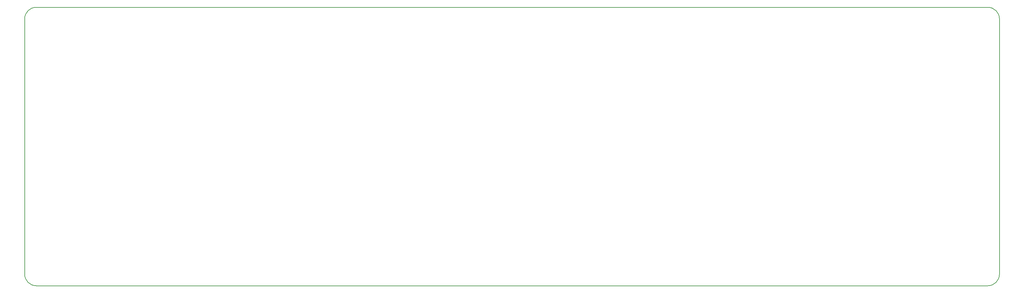
<source format=gbr>
%TF.GenerationSoftware,KiCad,Pcbnew,5.1.10-88a1d61d58~90~ubuntu20.04.1*%
%TF.CreationDate,2021-09-07T19:06:16-07:00*%
%TF.ProjectId,bkc40,626b6334-302e-46b6-9963-61645f706362,rev?*%
%TF.SameCoordinates,Original*%
%TF.FileFunction,Profile,NP*%
%FSLAX46Y46*%
G04 Gerber Fmt 4.6, Leading zero omitted, Abs format (unit mm)*
G04 Created by KiCad (PCBNEW 5.1.10-88a1d61d58~90~ubuntu20.04.1) date 2021-09-07 19:06:16*
%MOMM*%
%LPD*%
G01*
G04 APERTURE LIST*
%TA.AperFunction,Profile*%
%ADD10C,0.150000*%
%TD*%
G04 APERTURE END LIST*
D10*
X117475000Y-155575000D02*
G75*
G02*
X114300000Y-152400000I0J3175000D01*
G01*
X114300000Y-82550000D02*
G75*
G02*
X117475000Y-79375000I3175000J0D01*
G01*
X381000000Y-152400000D02*
G75*
G02*
X377825000Y-155575000I-3175000J0D01*
G01*
X377825000Y-79375000D02*
G75*
G02*
X381000000Y-82550000I0J-3175000D01*
G01*
X381000000Y-152400000D02*
X381000000Y-82550000D01*
X117475000Y-155575000D02*
X377825000Y-155575000D01*
X114300000Y-82550000D02*
X114300000Y-152400000D01*
X377825000Y-79375000D02*
X117475000Y-79375000D01*
M02*

</source>
